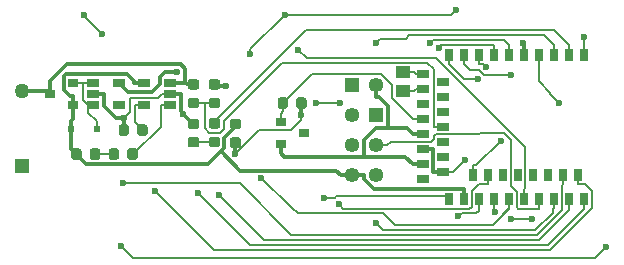
<source format=gtl>
G04 #@! TF.GenerationSoftware,KiCad,Pcbnew,(5.1.5-0-10_14)*
G04 #@! TF.CreationDate,2020-11-04T07:04:41-07:00*
G04 #@! TF.ProjectId,NumDisciplineBLE,4e756d44-6973-4636-9970-6c696e65424c,rev?*
G04 #@! TF.SameCoordinates,Original*
G04 #@! TF.FileFunction,Copper,L1,Top*
G04 #@! TF.FilePolarity,Positive*
%FSLAX46Y46*%
G04 Gerber Fmt 4.6, Leading zero omitted, Abs format (unit mm)*
G04 Created by KiCad (PCBNEW (5.1.5-0-10_14)) date 2020-11-04 07:04:41*
%MOMM*%
%LPD*%
G04 APERTURE LIST*
%ADD10C,1.270000*%
%ADD11R,1.270000X1.270000*%
%ADD12R,0.600000X0.600000*%
%ADD13C,0.100000*%
%ADD14R,1.060000X0.650000*%
%ADD15R,1.200000X1.000000*%
%ADD16O,1.270000X1.270000*%
%ADD17R,1.000000X0.650000*%
%ADD18R,0.650000X1.000000*%
%ADD19R,0.900000X0.800000*%
%ADD20C,0.600000*%
%ADD21C,0.300000*%
%ADD22C,0.200000*%
G04 APERTURE END LIST*
D10*
X94488000Y-35560000D03*
D11*
X94488000Y-41910000D03*
D12*
X98595000Y-38735000D03*
X100795000Y-38735000D03*
G04 #@! TA.AperFunction,SMDPad,CuDef*
D13*
G36*
X109243691Y-37892053D02*
G01*
X109264926Y-37895203D01*
X109285750Y-37900419D01*
X109305962Y-37907651D01*
X109325368Y-37916830D01*
X109343781Y-37927866D01*
X109361024Y-37940654D01*
X109376930Y-37955070D01*
X109391346Y-37970976D01*
X109404134Y-37988219D01*
X109415170Y-38006632D01*
X109424349Y-38026038D01*
X109431581Y-38046250D01*
X109436797Y-38067074D01*
X109439947Y-38088309D01*
X109441000Y-38109750D01*
X109441000Y-38547250D01*
X109439947Y-38568691D01*
X109436797Y-38589926D01*
X109431581Y-38610750D01*
X109424349Y-38630962D01*
X109415170Y-38650368D01*
X109404134Y-38668781D01*
X109391346Y-38686024D01*
X109376930Y-38701930D01*
X109361024Y-38716346D01*
X109343781Y-38729134D01*
X109325368Y-38740170D01*
X109305962Y-38749349D01*
X109285750Y-38756581D01*
X109264926Y-38761797D01*
X109243691Y-38764947D01*
X109222250Y-38766000D01*
X108709750Y-38766000D01*
X108688309Y-38764947D01*
X108667074Y-38761797D01*
X108646250Y-38756581D01*
X108626038Y-38749349D01*
X108606632Y-38740170D01*
X108588219Y-38729134D01*
X108570976Y-38716346D01*
X108555070Y-38701930D01*
X108540654Y-38686024D01*
X108527866Y-38668781D01*
X108516830Y-38650368D01*
X108507651Y-38630962D01*
X108500419Y-38610750D01*
X108495203Y-38589926D01*
X108492053Y-38568691D01*
X108491000Y-38547250D01*
X108491000Y-38109750D01*
X108492053Y-38088309D01*
X108495203Y-38067074D01*
X108500419Y-38046250D01*
X108507651Y-38026038D01*
X108516830Y-38006632D01*
X108527866Y-37988219D01*
X108540654Y-37970976D01*
X108555070Y-37955070D01*
X108570976Y-37940654D01*
X108588219Y-37927866D01*
X108606632Y-37916830D01*
X108626038Y-37907651D01*
X108646250Y-37900419D01*
X108667074Y-37895203D01*
X108688309Y-37892053D01*
X108709750Y-37891000D01*
X109222250Y-37891000D01*
X109243691Y-37892053D01*
G37*
G04 #@! TD.AperFunction*
G04 #@! TA.AperFunction,SMDPad,CuDef*
G36*
X109243691Y-39467053D02*
G01*
X109264926Y-39470203D01*
X109285750Y-39475419D01*
X109305962Y-39482651D01*
X109325368Y-39491830D01*
X109343781Y-39502866D01*
X109361024Y-39515654D01*
X109376930Y-39530070D01*
X109391346Y-39545976D01*
X109404134Y-39563219D01*
X109415170Y-39581632D01*
X109424349Y-39601038D01*
X109431581Y-39621250D01*
X109436797Y-39642074D01*
X109439947Y-39663309D01*
X109441000Y-39684750D01*
X109441000Y-40122250D01*
X109439947Y-40143691D01*
X109436797Y-40164926D01*
X109431581Y-40185750D01*
X109424349Y-40205962D01*
X109415170Y-40225368D01*
X109404134Y-40243781D01*
X109391346Y-40261024D01*
X109376930Y-40276930D01*
X109361024Y-40291346D01*
X109343781Y-40304134D01*
X109325368Y-40315170D01*
X109305962Y-40324349D01*
X109285750Y-40331581D01*
X109264926Y-40336797D01*
X109243691Y-40339947D01*
X109222250Y-40341000D01*
X108709750Y-40341000D01*
X108688309Y-40339947D01*
X108667074Y-40336797D01*
X108646250Y-40331581D01*
X108626038Y-40324349D01*
X108606632Y-40315170D01*
X108588219Y-40304134D01*
X108570976Y-40291346D01*
X108555070Y-40276930D01*
X108540654Y-40261024D01*
X108527866Y-40243781D01*
X108516830Y-40225368D01*
X108507651Y-40205962D01*
X108500419Y-40185750D01*
X108495203Y-40164926D01*
X108492053Y-40143691D01*
X108491000Y-40122250D01*
X108491000Y-39684750D01*
X108492053Y-39663309D01*
X108495203Y-39642074D01*
X108500419Y-39621250D01*
X108507651Y-39601038D01*
X108516830Y-39581632D01*
X108527866Y-39563219D01*
X108540654Y-39545976D01*
X108555070Y-39530070D01*
X108570976Y-39515654D01*
X108588219Y-39502866D01*
X108606632Y-39491830D01*
X108626038Y-39482651D01*
X108646250Y-39475419D01*
X108667074Y-39470203D01*
X108688309Y-39467053D01*
X108709750Y-39466000D01*
X109222250Y-39466000D01*
X109243691Y-39467053D01*
G37*
G04 #@! TD.AperFunction*
D14*
X107018000Y-36764000D03*
X107018000Y-35814000D03*
X107018000Y-34864000D03*
X104818000Y-34864000D03*
X104818000Y-36764000D03*
D15*
X126746000Y-35560000D03*
X126746000Y-33960000D03*
G04 #@! TA.AperFunction,SMDPad,CuDef*
D13*
G36*
X111021691Y-37866553D02*
G01*
X111042926Y-37869703D01*
X111063750Y-37874919D01*
X111083962Y-37882151D01*
X111103368Y-37891330D01*
X111121781Y-37902366D01*
X111139024Y-37915154D01*
X111154930Y-37929570D01*
X111169346Y-37945476D01*
X111182134Y-37962719D01*
X111193170Y-37981132D01*
X111202349Y-38000538D01*
X111209581Y-38020750D01*
X111214797Y-38041574D01*
X111217947Y-38062809D01*
X111219000Y-38084250D01*
X111219000Y-38521750D01*
X111217947Y-38543191D01*
X111214797Y-38564426D01*
X111209581Y-38585250D01*
X111202349Y-38605462D01*
X111193170Y-38624868D01*
X111182134Y-38643281D01*
X111169346Y-38660524D01*
X111154930Y-38676430D01*
X111139024Y-38690846D01*
X111121781Y-38703634D01*
X111103368Y-38714670D01*
X111083962Y-38723849D01*
X111063750Y-38731081D01*
X111042926Y-38736297D01*
X111021691Y-38739447D01*
X111000250Y-38740500D01*
X110487750Y-38740500D01*
X110466309Y-38739447D01*
X110445074Y-38736297D01*
X110424250Y-38731081D01*
X110404038Y-38723849D01*
X110384632Y-38714670D01*
X110366219Y-38703634D01*
X110348976Y-38690846D01*
X110333070Y-38676430D01*
X110318654Y-38660524D01*
X110305866Y-38643281D01*
X110294830Y-38624868D01*
X110285651Y-38605462D01*
X110278419Y-38585250D01*
X110273203Y-38564426D01*
X110270053Y-38543191D01*
X110269000Y-38521750D01*
X110269000Y-38084250D01*
X110270053Y-38062809D01*
X110273203Y-38041574D01*
X110278419Y-38020750D01*
X110285651Y-38000538D01*
X110294830Y-37981132D01*
X110305866Y-37962719D01*
X110318654Y-37945476D01*
X110333070Y-37929570D01*
X110348976Y-37915154D01*
X110366219Y-37902366D01*
X110384632Y-37891330D01*
X110404038Y-37882151D01*
X110424250Y-37874919D01*
X110445074Y-37869703D01*
X110466309Y-37866553D01*
X110487750Y-37865500D01*
X111000250Y-37865500D01*
X111021691Y-37866553D01*
G37*
G04 #@! TD.AperFunction*
G04 #@! TA.AperFunction,SMDPad,CuDef*
G36*
X111021691Y-39441553D02*
G01*
X111042926Y-39444703D01*
X111063750Y-39449919D01*
X111083962Y-39457151D01*
X111103368Y-39466330D01*
X111121781Y-39477366D01*
X111139024Y-39490154D01*
X111154930Y-39504570D01*
X111169346Y-39520476D01*
X111182134Y-39537719D01*
X111193170Y-39556132D01*
X111202349Y-39575538D01*
X111209581Y-39595750D01*
X111214797Y-39616574D01*
X111217947Y-39637809D01*
X111219000Y-39659250D01*
X111219000Y-40096750D01*
X111217947Y-40118191D01*
X111214797Y-40139426D01*
X111209581Y-40160250D01*
X111202349Y-40180462D01*
X111193170Y-40199868D01*
X111182134Y-40218281D01*
X111169346Y-40235524D01*
X111154930Y-40251430D01*
X111139024Y-40265846D01*
X111121781Y-40278634D01*
X111103368Y-40289670D01*
X111083962Y-40298849D01*
X111063750Y-40306081D01*
X111042926Y-40311297D01*
X111021691Y-40314447D01*
X111000250Y-40315500D01*
X110487750Y-40315500D01*
X110466309Y-40314447D01*
X110445074Y-40311297D01*
X110424250Y-40306081D01*
X110404038Y-40298849D01*
X110384632Y-40289670D01*
X110366219Y-40278634D01*
X110348976Y-40265846D01*
X110333070Y-40251430D01*
X110318654Y-40235524D01*
X110305866Y-40218281D01*
X110294830Y-40199868D01*
X110285651Y-40180462D01*
X110278419Y-40160250D01*
X110273203Y-40139426D01*
X110270053Y-40118191D01*
X110269000Y-40096750D01*
X110269000Y-39659250D01*
X110270053Y-39637809D01*
X110273203Y-39616574D01*
X110278419Y-39595750D01*
X110285651Y-39575538D01*
X110294830Y-39556132D01*
X110305866Y-39537719D01*
X110318654Y-39520476D01*
X110333070Y-39504570D01*
X110348976Y-39490154D01*
X110366219Y-39477366D01*
X110384632Y-39466330D01*
X110404038Y-39457151D01*
X110424250Y-39449919D01*
X110445074Y-39444703D01*
X110466309Y-39441553D01*
X110487750Y-39440500D01*
X111000250Y-39440500D01*
X111021691Y-39441553D01*
G37*
G04 #@! TD.AperFunction*
G04 #@! TA.AperFunction,SMDPad,CuDef*
G36*
X100875191Y-40420053D02*
G01*
X100896426Y-40423203D01*
X100917250Y-40428419D01*
X100937462Y-40435651D01*
X100956868Y-40444830D01*
X100975281Y-40455866D01*
X100992524Y-40468654D01*
X101008430Y-40483070D01*
X101022846Y-40498976D01*
X101035634Y-40516219D01*
X101046670Y-40534632D01*
X101055849Y-40554038D01*
X101063081Y-40574250D01*
X101068297Y-40595074D01*
X101071447Y-40616309D01*
X101072500Y-40637750D01*
X101072500Y-41150250D01*
X101071447Y-41171691D01*
X101068297Y-41192926D01*
X101063081Y-41213750D01*
X101055849Y-41233962D01*
X101046670Y-41253368D01*
X101035634Y-41271781D01*
X101022846Y-41289024D01*
X101008430Y-41304930D01*
X100992524Y-41319346D01*
X100975281Y-41332134D01*
X100956868Y-41343170D01*
X100937462Y-41352349D01*
X100917250Y-41359581D01*
X100896426Y-41364797D01*
X100875191Y-41367947D01*
X100853750Y-41369000D01*
X100416250Y-41369000D01*
X100394809Y-41367947D01*
X100373574Y-41364797D01*
X100352750Y-41359581D01*
X100332538Y-41352349D01*
X100313132Y-41343170D01*
X100294719Y-41332134D01*
X100277476Y-41319346D01*
X100261570Y-41304930D01*
X100247154Y-41289024D01*
X100234366Y-41271781D01*
X100223330Y-41253368D01*
X100214151Y-41233962D01*
X100206919Y-41213750D01*
X100201703Y-41192926D01*
X100198553Y-41171691D01*
X100197500Y-41150250D01*
X100197500Y-40637750D01*
X100198553Y-40616309D01*
X100201703Y-40595074D01*
X100206919Y-40574250D01*
X100214151Y-40554038D01*
X100223330Y-40534632D01*
X100234366Y-40516219D01*
X100247154Y-40498976D01*
X100261570Y-40483070D01*
X100277476Y-40468654D01*
X100294719Y-40455866D01*
X100313132Y-40444830D01*
X100332538Y-40435651D01*
X100352750Y-40428419D01*
X100373574Y-40423203D01*
X100394809Y-40420053D01*
X100416250Y-40419000D01*
X100853750Y-40419000D01*
X100875191Y-40420053D01*
G37*
G04 #@! TD.AperFunction*
G04 #@! TA.AperFunction,SMDPad,CuDef*
G36*
X99300191Y-40420053D02*
G01*
X99321426Y-40423203D01*
X99342250Y-40428419D01*
X99362462Y-40435651D01*
X99381868Y-40444830D01*
X99400281Y-40455866D01*
X99417524Y-40468654D01*
X99433430Y-40483070D01*
X99447846Y-40498976D01*
X99460634Y-40516219D01*
X99471670Y-40534632D01*
X99480849Y-40554038D01*
X99488081Y-40574250D01*
X99493297Y-40595074D01*
X99496447Y-40616309D01*
X99497500Y-40637750D01*
X99497500Y-41150250D01*
X99496447Y-41171691D01*
X99493297Y-41192926D01*
X99488081Y-41213750D01*
X99480849Y-41233962D01*
X99471670Y-41253368D01*
X99460634Y-41271781D01*
X99447846Y-41289024D01*
X99433430Y-41304930D01*
X99417524Y-41319346D01*
X99400281Y-41332134D01*
X99381868Y-41343170D01*
X99362462Y-41352349D01*
X99342250Y-41359581D01*
X99321426Y-41364797D01*
X99300191Y-41367947D01*
X99278750Y-41369000D01*
X98841250Y-41369000D01*
X98819809Y-41367947D01*
X98798574Y-41364797D01*
X98777750Y-41359581D01*
X98757538Y-41352349D01*
X98738132Y-41343170D01*
X98719719Y-41332134D01*
X98702476Y-41319346D01*
X98686570Y-41304930D01*
X98672154Y-41289024D01*
X98659366Y-41271781D01*
X98648330Y-41253368D01*
X98639151Y-41233962D01*
X98631919Y-41213750D01*
X98626703Y-41192926D01*
X98623553Y-41171691D01*
X98622500Y-41150250D01*
X98622500Y-40637750D01*
X98623553Y-40616309D01*
X98626703Y-40595074D01*
X98631919Y-40574250D01*
X98639151Y-40554038D01*
X98648330Y-40534632D01*
X98659366Y-40516219D01*
X98672154Y-40498976D01*
X98686570Y-40483070D01*
X98702476Y-40468654D01*
X98719719Y-40455866D01*
X98738132Y-40444830D01*
X98757538Y-40435651D01*
X98777750Y-40428419D01*
X98798574Y-40423203D01*
X98819809Y-40420053D01*
X98841250Y-40419000D01*
X99278750Y-40419000D01*
X99300191Y-40420053D01*
G37*
G04 #@! TD.AperFunction*
D14*
X102700000Y-34864000D03*
X102700000Y-36764000D03*
X100500000Y-36764000D03*
X100500000Y-35814000D03*
X100500000Y-34864000D03*
D16*
X124460000Y-42672000D03*
X124460000Y-40132000D03*
D11*
X124460000Y-37592000D03*
D16*
X124460000Y-35052000D03*
D11*
X122428000Y-35052000D03*
D16*
X122428000Y-37592000D03*
X122428000Y-40132000D03*
X122428000Y-42672000D03*
D17*
X130108000Y-38585000D03*
X130108000Y-42395000D03*
X130108000Y-41125000D03*
X130108000Y-37315000D03*
X130108000Y-39855000D03*
X130108000Y-34775000D03*
X130108000Y-36045000D03*
D18*
X141538000Y-42649000D03*
X140268000Y-42649000D03*
X138998000Y-42649000D03*
X137728000Y-42649000D03*
X136458000Y-42649000D03*
X135188000Y-42649000D03*
X133918000Y-42649000D03*
D17*
X128397000Y-39218000D03*
X128397000Y-43028000D03*
X128397000Y-37948000D03*
X128397000Y-36678000D03*
X128397000Y-35408000D03*
X128397000Y-40488000D03*
X128397000Y-34138000D03*
X128397000Y-41758000D03*
D18*
X130616000Y-44727000D03*
X131886000Y-44727000D03*
X136966000Y-44727000D03*
X133156000Y-44727000D03*
X138236000Y-44727000D03*
X139506000Y-44727000D03*
X140776000Y-44727000D03*
X135696000Y-44727000D03*
X142046000Y-44727000D03*
X134426000Y-44727000D03*
X142046000Y-32489000D03*
X140776000Y-32489000D03*
X139506000Y-32489000D03*
X138236000Y-32489000D03*
X136966000Y-32489000D03*
X135696000Y-32489000D03*
X134426000Y-32489000D03*
X133156000Y-32489000D03*
X131886000Y-32489000D03*
X130616000Y-32489000D03*
X132648000Y-42649000D03*
G04 #@! TA.AperFunction,SMDPad,CuDef*
D13*
G36*
X116774691Y-36102053D02*
G01*
X116795926Y-36105203D01*
X116816750Y-36110419D01*
X116836962Y-36117651D01*
X116856368Y-36126830D01*
X116874781Y-36137866D01*
X116892024Y-36150654D01*
X116907930Y-36165070D01*
X116922346Y-36180976D01*
X116935134Y-36198219D01*
X116946170Y-36216632D01*
X116955349Y-36236038D01*
X116962581Y-36256250D01*
X116967797Y-36277074D01*
X116970947Y-36298309D01*
X116972000Y-36319750D01*
X116972000Y-36832250D01*
X116970947Y-36853691D01*
X116967797Y-36874926D01*
X116962581Y-36895750D01*
X116955349Y-36915962D01*
X116946170Y-36935368D01*
X116935134Y-36953781D01*
X116922346Y-36971024D01*
X116907930Y-36986930D01*
X116892024Y-37001346D01*
X116874781Y-37014134D01*
X116856368Y-37025170D01*
X116836962Y-37034349D01*
X116816750Y-37041581D01*
X116795926Y-37046797D01*
X116774691Y-37049947D01*
X116753250Y-37051000D01*
X116315750Y-37051000D01*
X116294309Y-37049947D01*
X116273074Y-37046797D01*
X116252250Y-37041581D01*
X116232038Y-37034349D01*
X116212632Y-37025170D01*
X116194219Y-37014134D01*
X116176976Y-37001346D01*
X116161070Y-36986930D01*
X116146654Y-36971024D01*
X116133866Y-36953781D01*
X116122830Y-36935368D01*
X116113651Y-36915962D01*
X116106419Y-36895750D01*
X116101203Y-36874926D01*
X116098053Y-36853691D01*
X116097000Y-36832250D01*
X116097000Y-36319750D01*
X116098053Y-36298309D01*
X116101203Y-36277074D01*
X116106419Y-36256250D01*
X116113651Y-36236038D01*
X116122830Y-36216632D01*
X116133866Y-36198219D01*
X116146654Y-36180976D01*
X116161070Y-36165070D01*
X116176976Y-36150654D01*
X116194219Y-36137866D01*
X116212632Y-36126830D01*
X116232038Y-36117651D01*
X116252250Y-36110419D01*
X116273074Y-36105203D01*
X116294309Y-36102053D01*
X116315750Y-36101000D01*
X116753250Y-36101000D01*
X116774691Y-36102053D01*
G37*
G04 #@! TD.AperFunction*
G04 #@! TA.AperFunction,SMDPad,CuDef*
G36*
X118349691Y-36102053D02*
G01*
X118370926Y-36105203D01*
X118391750Y-36110419D01*
X118411962Y-36117651D01*
X118431368Y-36126830D01*
X118449781Y-36137866D01*
X118467024Y-36150654D01*
X118482930Y-36165070D01*
X118497346Y-36180976D01*
X118510134Y-36198219D01*
X118521170Y-36216632D01*
X118530349Y-36236038D01*
X118537581Y-36256250D01*
X118542797Y-36277074D01*
X118545947Y-36298309D01*
X118547000Y-36319750D01*
X118547000Y-36832250D01*
X118545947Y-36853691D01*
X118542797Y-36874926D01*
X118537581Y-36895750D01*
X118530349Y-36915962D01*
X118521170Y-36935368D01*
X118510134Y-36953781D01*
X118497346Y-36971024D01*
X118482930Y-36986930D01*
X118467024Y-37001346D01*
X118449781Y-37014134D01*
X118431368Y-37025170D01*
X118411962Y-37034349D01*
X118391750Y-37041581D01*
X118370926Y-37046797D01*
X118349691Y-37049947D01*
X118328250Y-37051000D01*
X117890750Y-37051000D01*
X117869309Y-37049947D01*
X117848074Y-37046797D01*
X117827250Y-37041581D01*
X117807038Y-37034349D01*
X117787632Y-37025170D01*
X117769219Y-37014134D01*
X117751976Y-37001346D01*
X117736070Y-36986930D01*
X117721654Y-36971024D01*
X117708866Y-36953781D01*
X117697830Y-36935368D01*
X117688651Y-36915962D01*
X117681419Y-36895750D01*
X117676203Y-36874926D01*
X117673053Y-36853691D01*
X117672000Y-36832250D01*
X117672000Y-36319750D01*
X117673053Y-36298309D01*
X117676203Y-36277074D01*
X117681419Y-36256250D01*
X117688651Y-36236038D01*
X117697830Y-36216632D01*
X117708866Y-36198219D01*
X117721654Y-36180976D01*
X117736070Y-36165070D01*
X117751976Y-36150654D01*
X117769219Y-36137866D01*
X117787632Y-36126830D01*
X117807038Y-36117651D01*
X117827250Y-36110419D01*
X117848074Y-36105203D01*
X117869309Y-36102053D01*
X117890750Y-36101000D01*
X118328250Y-36101000D01*
X118349691Y-36102053D01*
G37*
G04 #@! TD.AperFunction*
G04 #@! TA.AperFunction,SMDPad,CuDef*
G36*
X104049691Y-40420053D02*
G01*
X104070926Y-40423203D01*
X104091750Y-40428419D01*
X104111962Y-40435651D01*
X104131368Y-40444830D01*
X104149781Y-40455866D01*
X104167024Y-40468654D01*
X104182930Y-40483070D01*
X104197346Y-40498976D01*
X104210134Y-40516219D01*
X104221170Y-40534632D01*
X104230349Y-40554038D01*
X104237581Y-40574250D01*
X104242797Y-40595074D01*
X104245947Y-40616309D01*
X104247000Y-40637750D01*
X104247000Y-41150250D01*
X104245947Y-41171691D01*
X104242797Y-41192926D01*
X104237581Y-41213750D01*
X104230349Y-41233962D01*
X104221170Y-41253368D01*
X104210134Y-41271781D01*
X104197346Y-41289024D01*
X104182930Y-41304930D01*
X104167024Y-41319346D01*
X104149781Y-41332134D01*
X104131368Y-41343170D01*
X104111962Y-41352349D01*
X104091750Y-41359581D01*
X104070926Y-41364797D01*
X104049691Y-41367947D01*
X104028250Y-41369000D01*
X103590750Y-41369000D01*
X103569309Y-41367947D01*
X103548074Y-41364797D01*
X103527250Y-41359581D01*
X103507038Y-41352349D01*
X103487632Y-41343170D01*
X103469219Y-41332134D01*
X103451976Y-41319346D01*
X103436070Y-41304930D01*
X103421654Y-41289024D01*
X103408866Y-41271781D01*
X103397830Y-41253368D01*
X103388651Y-41233962D01*
X103381419Y-41213750D01*
X103376203Y-41192926D01*
X103373053Y-41171691D01*
X103372000Y-41150250D01*
X103372000Y-40637750D01*
X103373053Y-40616309D01*
X103376203Y-40595074D01*
X103381419Y-40574250D01*
X103388651Y-40554038D01*
X103397830Y-40534632D01*
X103408866Y-40516219D01*
X103421654Y-40498976D01*
X103436070Y-40483070D01*
X103451976Y-40468654D01*
X103469219Y-40455866D01*
X103487632Y-40444830D01*
X103507038Y-40435651D01*
X103527250Y-40428419D01*
X103548074Y-40423203D01*
X103569309Y-40420053D01*
X103590750Y-40419000D01*
X104028250Y-40419000D01*
X104049691Y-40420053D01*
G37*
G04 #@! TD.AperFunction*
G04 #@! TA.AperFunction,SMDPad,CuDef*
G36*
X102474691Y-40420053D02*
G01*
X102495926Y-40423203D01*
X102516750Y-40428419D01*
X102536962Y-40435651D01*
X102556368Y-40444830D01*
X102574781Y-40455866D01*
X102592024Y-40468654D01*
X102607930Y-40483070D01*
X102622346Y-40498976D01*
X102635134Y-40516219D01*
X102646170Y-40534632D01*
X102655349Y-40554038D01*
X102662581Y-40574250D01*
X102667797Y-40595074D01*
X102670947Y-40616309D01*
X102672000Y-40637750D01*
X102672000Y-41150250D01*
X102670947Y-41171691D01*
X102667797Y-41192926D01*
X102662581Y-41213750D01*
X102655349Y-41233962D01*
X102646170Y-41253368D01*
X102635134Y-41271781D01*
X102622346Y-41289024D01*
X102607930Y-41304930D01*
X102592024Y-41319346D01*
X102574781Y-41332134D01*
X102556368Y-41343170D01*
X102536962Y-41352349D01*
X102516750Y-41359581D01*
X102495926Y-41364797D01*
X102474691Y-41367947D01*
X102453250Y-41369000D01*
X102015750Y-41369000D01*
X101994309Y-41367947D01*
X101973074Y-41364797D01*
X101952250Y-41359581D01*
X101932038Y-41352349D01*
X101912632Y-41343170D01*
X101894219Y-41332134D01*
X101876976Y-41319346D01*
X101861070Y-41304930D01*
X101846654Y-41289024D01*
X101833866Y-41271781D01*
X101822830Y-41253368D01*
X101813651Y-41233962D01*
X101806419Y-41213750D01*
X101801203Y-41192926D01*
X101798053Y-41171691D01*
X101797000Y-41150250D01*
X101797000Y-40637750D01*
X101798053Y-40616309D01*
X101801203Y-40595074D01*
X101806419Y-40574250D01*
X101813651Y-40554038D01*
X101822830Y-40534632D01*
X101833866Y-40516219D01*
X101846654Y-40498976D01*
X101861070Y-40483070D01*
X101876976Y-40468654D01*
X101894219Y-40455866D01*
X101912632Y-40444830D01*
X101932038Y-40435651D01*
X101952250Y-40428419D01*
X101973074Y-40423203D01*
X101994309Y-40420053D01*
X102015750Y-40419000D01*
X102453250Y-40419000D01*
X102474691Y-40420053D01*
G37*
G04 #@! TD.AperFunction*
D19*
X98790000Y-36764000D03*
X98790000Y-34864000D03*
X96790000Y-35814000D03*
G04 #@! TA.AperFunction,SMDPad,CuDef*
D13*
G36*
X112799691Y-39492553D02*
G01*
X112820926Y-39495703D01*
X112841750Y-39500919D01*
X112861962Y-39508151D01*
X112881368Y-39517330D01*
X112899781Y-39528366D01*
X112917024Y-39541154D01*
X112932930Y-39555570D01*
X112947346Y-39571476D01*
X112960134Y-39588719D01*
X112971170Y-39607132D01*
X112980349Y-39626538D01*
X112987581Y-39646750D01*
X112992797Y-39667574D01*
X112995947Y-39688809D01*
X112997000Y-39710250D01*
X112997000Y-40147750D01*
X112995947Y-40169191D01*
X112992797Y-40190426D01*
X112987581Y-40211250D01*
X112980349Y-40231462D01*
X112971170Y-40250868D01*
X112960134Y-40269281D01*
X112947346Y-40286524D01*
X112932930Y-40302430D01*
X112917024Y-40316846D01*
X112899781Y-40329634D01*
X112881368Y-40340670D01*
X112861962Y-40349849D01*
X112841750Y-40357081D01*
X112820926Y-40362297D01*
X112799691Y-40365447D01*
X112778250Y-40366500D01*
X112265750Y-40366500D01*
X112244309Y-40365447D01*
X112223074Y-40362297D01*
X112202250Y-40357081D01*
X112182038Y-40349849D01*
X112162632Y-40340670D01*
X112144219Y-40329634D01*
X112126976Y-40316846D01*
X112111070Y-40302430D01*
X112096654Y-40286524D01*
X112083866Y-40269281D01*
X112072830Y-40250868D01*
X112063651Y-40231462D01*
X112056419Y-40211250D01*
X112051203Y-40190426D01*
X112048053Y-40169191D01*
X112047000Y-40147750D01*
X112047000Y-39710250D01*
X112048053Y-39688809D01*
X112051203Y-39667574D01*
X112056419Y-39646750D01*
X112063651Y-39626538D01*
X112072830Y-39607132D01*
X112083866Y-39588719D01*
X112096654Y-39571476D01*
X112111070Y-39555570D01*
X112126976Y-39541154D01*
X112144219Y-39528366D01*
X112162632Y-39517330D01*
X112182038Y-39508151D01*
X112202250Y-39500919D01*
X112223074Y-39495703D01*
X112244309Y-39492553D01*
X112265750Y-39491500D01*
X112778250Y-39491500D01*
X112799691Y-39492553D01*
G37*
G04 #@! TD.AperFunction*
G04 #@! TA.AperFunction,SMDPad,CuDef*
G36*
X112799691Y-37917553D02*
G01*
X112820926Y-37920703D01*
X112841750Y-37925919D01*
X112861962Y-37933151D01*
X112881368Y-37942330D01*
X112899781Y-37953366D01*
X112917024Y-37966154D01*
X112932930Y-37980570D01*
X112947346Y-37996476D01*
X112960134Y-38013719D01*
X112971170Y-38032132D01*
X112980349Y-38051538D01*
X112987581Y-38071750D01*
X112992797Y-38092574D01*
X112995947Y-38113809D01*
X112997000Y-38135250D01*
X112997000Y-38572750D01*
X112995947Y-38594191D01*
X112992797Y-38615426D01*
X112987581Y-38636250D01*
X112980349Y-38656462D01*
X112971170Y-38675868D01*
X112960134Y-38694281D01*
X112947346Y-38711524D01*
X112932930Y-38727430D01*
X112917024Y-38741846D01*
X112899781Y-38754634D01*
X112881368Y-38765670D01*
X112861962Y-38774849D01*
X112841750Y-38782081D01*
X112820926Y-38787297D01*
X112799691Y-38790447D01*
X112778250Y-38791500D01*
X112265750Y-38791500D01*
X112244309Y-38790447D01*
X112223074Y-38787297D01*
X112202250Y-38782081D01*
X112182038Y-38774849D01*
X112162632Y-38765670D01*
X112144219Y-38754634D01*
X112126976Y-38741846D01*
X112111070Y-38727430D01*
X112096654Y-38711524D01*
X112083866Y-38694281D01*
X112072830Y-38675868D01*
X112063651Y-38656462D01*
X112056419Y-38636250D01*
X112051203Y-38615426D01*
X112048053Y-38594191D01*
X112047000Y-38572750D01*
X112047000Y-38135250D01*
X112048053Y-38113809D01*
X112051203Y-38092574D01*
X112056419Y-38071750D01*
X112063651Y-38051538D01*
X112072830Y-38032132D01*
X112083866Y-38013719D01*
X112096654Y-37996476D01*
X112111070Y-37980570D01*
X112126976Y-37966154D01*
X112144219Y-37953366D01*
X112162632Y-37942330D01*
X112182038Y-37933151D01*
X112202250Y-37925919D01*
X112223074Y-37920703D01*
X112244309Y-37917553D01*
X112265750Y-37916500D01*
X112778250Y-37916500D01*
X112799691Y-37917553D01*
G37*
G04 #@! TD.AperFunction*
D19*
X118348000Y-39116000D03*
X116348000Y-40066000D03*
X116348000Y-38166000D03*
G04 #@! TA.AperFunction,SMDPad,CuDef*
D13*
G36*
X104887691Y-38388053D02*
G01*
X104908926Y-38391203D01*
X104929750Y-38396419D01*
X104949962Y-38403651D01*
X104969368Y-38412830D01*
X104987781Y-38423866D01*
X105005024Y-38436654D01*
X105020930Y-38451070D01*
X105035346Y-38466976D01*
X105048134Y-38484219D01*
X105059170Y-38502632D01*
X105068349Y-38522038D01*
X105075581Y-38542250D01*
X105080797Y-38563074D01*
X105083947Y-38584309D01*
X105085000Y-38605750D01*
X105085000Y-39118250D01*
X105083947Y-39139691D01*
X105080797Y-39160926D01*
X105075581Y-39181750D01*
X105068349Y-39201962D01*
X105059170Y-39221368D01*
X105048134Y-39239781D01*
X105035346Y-39257024D01*
X105020930Y-39272930D01*
X105005024Y-39287346D01*
X104987781Y-39300134D01*
X104969368Y-39311170D01*
X104949962Y-39320349D01*
X104929750Y-39327581D01*
X104908926Y-39332797D01*
X104887691Y-39335947D01*
X104866250Y-39337000D01*
X104428750Y-39337000D01*
X104407309Y-39335947D01*
X104386074Y-39332797D01*
X104365250Y-39327581D01*
X104345038Y-39320349D01*
X104325632Y-39311170D01*
X104307219Y-39300134D01*
X104289976Y-39287346D01*
X104274070Y-39272930D01*
X104259654Y-39257024D01*
X104246866Y-39239781D01*
X104235830Y-39221368D01*
X104226651Y-39201962D01*
X104219419Y-39181750D01*
X104214203Y-39160926D01*
X104211053Y-39139691D01*
X104210000Y-39118250D01*
X104210000Y-38605750D01*
X104211053Y-38584309D01*
X104214203Y-38563074D01*
X104219419Y-38542250D01*
X104226651Y-38522038D01*
X104235830Y-38502632D01*
X104246866Y-38484219D01*
X104259654Y-38466976D01*
X104274070Y-38451070D01*
X104289976Y-38436654D01*
X104307219Y-38423866D01*
X104325632Y-38412830D01*
X104345038Y-38403651D01*
X104365250Y-38396419D01*
X104386074Y-38391203D01*
X104407309Y-38388053D01*
X104428750Y-38387000D01*
X104866250Y-38387000D01*
X104887691Y-38388053D01*
G37*
G04 #@! TD.AperFunction*
G04 #@! TA.AperFunction,SMDPad,CuDef*
G36*
X103312691Y-38388053D02*
G01*
X103333926Y-38391203D01*
X103354750Y-38396419D01*
X103374962Y-38403651D01*
X103394368Y-38412830D01*
X103412781Y-38423866D01*
X103430024Y-38436654D01*
X103445930Y-38451070D01*
X103460346Y-38466976D01*
X103473134Y-38484219D01*
X103484170Y-38502632D01*
X103493349Y-38522038D01*
X103500581Y-38542250D01*
X103505797Y-38563074D01*
X103508947Y-38584309D01*
X103510000Y-38605750D01*
X103510000Y-39118250D01*
X103508947Y-39139691D01*
X103505797Y-39160926D01*
X103500581Y-39181750D01*
X103493349Y-39201962D01*
X103484170Y-39221368D01*
X103473134Y-39239781D01*
X103460346Y-39257024D01*
X103445930Y-39272930D01*
X103430024Y-39287346D01*
X103412781Y-39300134D01*
X103394368Y-39311170D01*
X103374962Y-39320349D01*
X103354750Y-39327581D01*
X103333926Y-39332797D01*
X103312691Y-39335947D01*
X103291250Y-39337000D01*
X102853750Y-39337000D01*
X102832309Y-39335947D01*
X102811074Y-39332797D01*
X102790250Y-39327581D01*
X102770038Y-39320349D01*
X102750632Y-39311170D01*
X102732219Y-39300134D01*
X102714976Y-39287346D01*
X102699070Y-39272930D01*
X102684654Y-39257024D01*
X102671866Y-39239781D01*
X102660830Y-39221368D01*
X102651651Y-39201962D01*
X102644419Y-39181750D01*
X102639203Y-39160926D01*
X102636053Y-39139691D01*
X102635000Y-39118250D01*
X102635000Y-38605750D01*
X102636053Y-38584309D01*
X102639203Y-38563074D01*
X102644419Y-38542250D01*
X102651651Y-38522038D01*
X102660830Y-38502632D01*
X102671866Y-38484219D01*
X102684654Y-38466976D01*
X102699070Y-38451070D01*
X102714976Y-38436654D01*
X102732219Y-38423866D01*
X102750632Y-38412830D01*
X102770038Y-38403651D01*
X102790250Y-38396419D01*
X102811074Y-38391203D01*
X102832309Y-38388053D01*
X102853750Y-38387000D01*
X103291250Y-38387000D01*
X103312691Y-38388053D01*
G37*
G04 #@! TD.AperFunction*
G04 #@! TA.AperFunction,SMDPad,CuDef*
G36*
X109243691Y-34564553D02*
G01*
X109264926Y-34567703D01*
X109285750Y-34572919D01*
X109305962Y-34580151D01*
X109325368Y-34589330D01*
X109343781Y-34600366D01*
X109361024Y-34613154D01*
X109376930Y-34627570D01*
X109391346Y-34643476D01*
X109404134Y-34660719D01*
X109415170Y-34679132D01*
X109424349Y-34698538D01*
X109431581Y-34718750D01*
X109436797Y-34739574D01*
X109439947Y-34760809D01*
X109441000Y-34782250D01*
X109441000Y-35219750D01*
X109439947Y-35241191D01*
X109436797Y-35262426D01*
X109431581Y-35283250D01*
X109424349Y-35303462D01*
X109415170Y-35322868D01*
X109404134Y-35341281D01*
X109391346Y-35358524D01*
X109376930Y-35374430D01*
X109361024Y-35388846D01*
X109343781Y-35401634D01*
X109325368Y-35412670D01*
X109305962Y-35421849D01*
X109285750Y-35429081D01*
X109264926Y-35434297D01*
X109243691Y-35437447D01*
X109222250Y-35438500D01*
X108709750Y-35438500D01*
X108688309Y-35437447D01*
X108667074Y-35434297D01*
X108646250Y-35429081D01*
X108626038Y-35421849D01*
X108606632Y-35412670D01*
X108588219Y-35401634D01*
X108570976Y-35388846D01*
X108555070Y-35374430D01*
X108540654Y-35358524D01*
X108527866Y-35341281D01*
X108516830Y-35322868D01*
X108507651Y-35303462D01*
X108500419Y-35283250D01*
X108495203Y-35262426D01*
X108492053Y-35241191D01*
X108491000Y-35219750D01*
X108491000Y-34782250D01*
X108492053Y-34760809D01*
X108495203Y-34739574D01*
X108500419Y-34718750D01*
X108507651Y-34698538D01*
X108516830Y-34679132D01*
X108527866Y-34660719D01*
X108540654Y-34643476D01*
X108555070Y-34627570D01*
X108570976Y-34613154D01*
X108588219Y-34600366D01*
X108606632Y-34589330D01*
X108626038Y-34580151D01*
X108646250Y-34572919D01*
X108667074Y-34567703D01*
X108688309Y-34564553D01*
X108709750Y-34563500D01*
X109222250Y-34563500D01*
X109243691Y-34564553D01*
G37*
G04 #@! TD.AperFunction*
G04 #@! TA.AperFunction,SMDPad,CuDef*
G36*
X109243691Y-36139553D02*
G01*
X109264926Y-36142703D01*
X109285750Y-36147919D01*
X109305962Y-36155151D01*
X109325368Y-36164330D01*
X109343781Y-36175366D01*
X109361024Y-36188154D01*
X109376930Y-36202570D01*
X109391346Y-36218476D01*
X109404134Y-36235719D01*
X109415170Y-36254132D01*
X109424349Y-36273538D01*
X109431581Y-36293750D01*
X109436797Y-36314574D01*
X109439947Y-36335809D01*
X109441000Y-36357250D01*
X109441000Y-36794750D01*
X109439947Y-36816191D01*
X109436797Y-36837426D01*
X109431581Y-36858250D01*
X109424349Y-36878462D01*
X109415170Y-36897868D01*
X109404134Y-36916281D01*
X109391346Y-36933524D01*
X109376930Y-36949430D01*
X109361024Y-36963846D01*
X109343781Y-36976634D01*
X109325368Y-36987670D01*
X109305962Y-36996849D01*
X109285750Y-37004081D01*
X109264926Y-37009297D01*
X109243691Y-37012447D01*
X109222250Y-37013500D01*
X108709750Y-37013500D01*
X108688309Y-37012447D01*
X108667074Y-37009297D01*
X108646250Y-37004081D01*
X108626038Y-36996849D01*
X108606632Y-36987670D01*
X108588219Y-36976634D01*
X108570976Y-36963846D01*
X108555070Y-36949430D01*
X108540654Y-36933524D01*
X108527866Y-36916281D01*
X108516830Y-36897868D01*
X108507651Y-36878462D01*
X108500419Y-36858250D01*
X108495203Y-36837426D01*
X108492053Y-36816191D01*
X108491000Y-36794750D01*
X108491000Y-36357250D01*
X108492053Y-36335809D01*
X108495203Y-36314574D01*
X108500419Y-36293750D01*
X108507651Y-36273538D01*
X108516830Y-36254132D01*
X108527866Y-36235719D01*
X108540654Y-36218476D01*
X108555070Y-36202570D01*
X108570976Y-36188154D01*
X108588219Y-36175366D01*
X108606632Y-36164330D01*
X108626038Y-36155151D01*
X108646250Y-36147919D01*
X108667074Y-36142703D01*
X108688309Y-36139553D01*
X108709750Y-36138500D01*
X109222250Y-36138500D01*
X109243691Y-36139553D01*
G37*
G04 #@! TD.AperFunction*
G04 #@! TA.AperFunction,SMDPad,CuDef*
G36*
X111021691Y-34564553D02*
G01*
X111042926Y-34567703D01*
X111063750Y-34572919D01*
X111083962Y-34580151D01*
X111103368Y-34589330D01*
X111121781Y-34600366D01*
X111139024Y-34613154D01*
X111154930Y-34627570D01*
X111169346Y-34643476D01*
X111182134Y-34660719D01*
X111193170Y-34679132D01*
X111202349Y-34698538D01*
X111209581Y-34718750D01*
X111214797Y-34739574D01*
X111217947Y-34760809D01*
X111219000Y-34782250D01*
X111219000Y-35219750D01*
X111217947Y-35241191D01*
X111214797Y-35262426D01*
X111209581Y-35283250D01*
X111202349Y-35303462D01*
X111193170Y-35322868D01*
X111182134Y-35341281D01*
X111169346Y-35358524D01*
X111154930Y-35374430D01*
X111139024Y-35388846D01*
X111121781Y-35401634D01*
X111103368Y-35412670D01*
X111083962Y-35421849D01*
X111063750Y-35429081D01*
X111042926Y-35434297D01*
X111021691Y-35437447D01*
X111000250Y-35438500D01*
X110487750Y-35438500D01*
X110466309Y-35437447D01*
X110445074Y-35434297D01*
X110424250Y-35429081D01*
X110404038Y-35421849D01*
X110384632Y-35412670D01*
X110366219Y-35401634D01*
X110348976Y-35388846D01*
X110333070Y-35374430D01*
X110318654Y-35358524D01*
X110305866Y-35341281D01*
X110294830Y-35322868D01*
X110285651Y-35303462D01*
X110278419Y-35283250D01*
X110273203Y-35262426D01*
X110270053Y-35241191D01*
X110269000Y-35219750D01*
X110269000Y-34782250D01*
X110270053Y-34760809D01*
X110273203Y-34739574D01*
X110278419Y-34718750D01*
X110285651Y-34698538D01*
X110294830Y-34679132D01*
X110305866Y-34660719D01*
X110318654Y-34643476D01*
X110333070Y-34627570D01*
X110348976Y-34613154D01*
X110366219Y-34600366D01*
X110384632Y-34589330D01*
X110404038Y-34580151D01*
X110424250Y-34572919D01*
X110445074Y-34567703D01*
X110466309Y-34564553D01*
X110487750Y-34563500D01*
X111000250Y-34563500D01*
X111021691Y-34564553D01*
G37*
G04 #@! TD.AperFunction*
G04 #@! TA.AperFunction,SMDPad,CuDef*
G36*
X111021691Y-36139553D02*
G01*
X111042926Y-36142703D01*
X111063750Y-36147919D01*
X111083962Y-36155151D01*
X111103368Y-36164330D01*
X111121781Y-36175366D01*
X111139024Y-36188154D01*
X111154930Y-36202570D01*
X111169346Y-36218476D01*
X111182134Y-36235719D01*
X111193170Y-36254132D01*
X111202349Y-36273538D01*
X111209581Y-36293750D01*
X111214797Y-36314574D01*
X111217947Y-36335809D01*
X111219000Y-36357250D01*
X111219000Y-36794750D01*
X111217947Y-36816191D01*
X111214797Y-36837426D01*
X111209581Y-36858250D01*
X111202349Y-36878462D01*
X111193170Y-36897868D01*
X111182134Y-36916281D01*
X111169346Y-36933524D01*
X111154930Y-36949430D01*
X111139024Y-36963846D01*
X111121781Y-36976634D01*
X111103368Y-36987670D01*
X111083962Y-36996849D01*
X111063750Y-37004081D01*
X111042926Y-37009297D01*
X111021691Y-37012447D01*
X111000250Y-37013500D01*
X110487750Y-37013500D01*
X110466309Y-37012447D01*
X110445074Y-37009297D01*
X110424250Y-37004081D01*
X110404038Y-36996849D01*
X110384632Y-36987670D01*
X110366219Y-36976634D01*
X110348976Y-36963846D01*
X110333070Y-36949430D01*
X110318654Y-36933524D01*
X110305866Y-36916281D01*
X110294830Y-36897868D01*
X110285651Y-36878462D01*
X110278419Y-36858250D01*
X110273203Y-36837426D01*
X110270053Y-36816191D01*
X110269000Y-36794750D01*
X110269000Y-36357250D01*
X110270053Y-36335809D01*
X110273203Y-36314574D01*
X110278419Y-36293750D01*
X110285651Y-36273538D01*
X110294830Y-36254132D01*
X110305866Y-36235719D01*
X110318654Y-36218476D01*
X110333070Y-36202570D01*
X110348976Y-36188154D01*
X110366219Y-36175366D01*
X110384632Y-36164330D01*
X110404038Y-36155151D01*
X110424250Y-36147919D01*
X110445074Y-36142703D01*
X110466309Y-36139553D01*
X110487750Y-36138500D01*
X111000250Y-36138500D01*
X111021691Y-36139553D01*
G37*
G04 #@! TD.AperFunction*
D20*
X99695000Y-29083000D03*
X137668000Y-46355000D03*
X143891000Y-48768000D03*
X131953000Y-41402000D03*
X111721800Y-35113600D03*
X108103100Y-37465500D03*
X112522000Y-40869700D03*
X118110000Y-37564800D03*
X136882400Y-31457100D03*
X103072500Y-37852000D03*
X121412000Y-36576000D03*
X119380000Y-36576000D03*
X102870000Y-48641000D03*
X135890000Y-46355000D03*
X101219000Y-30734000D03*
X116713000Y-29083000D03*
X131191000Y-28702000D03*
X113792000Y-32385000D03*
X120015000Y-44577000D03*
X129775700Y-31884700D03*
X133761000Y-33549100D03*
X133053600Y-34540800D03*
X135890000Y-34224800D03*
X109356300Y-44160500D03*
X111137100Y-44353800D03*
X134484700Y-45798700D03*
X131381500Y-46164500D03*
X129030700Y-31476000D03*
X142001300Y-30973700D03*
X114660500Y-42963600D03*
X135018500Y-39763500D03*
X121274500Y-45140900D03*
X117857300Y-32063600D03*
X124460000Y-31496000D03*
X139954000Y-36576000D03*
X105745700Y-44053600D03*
X102997000Y-43352900D03*
X124460000Y-46736000D03*
X107620500Y-33936000D03*
D21*
X111721800Y-35113600D02*
X110856600Y-35113600D01*
X110856600Y-35113600D02*
X110744000Y-35001000D01*
X108103100Y-37465500D02*
X107898300Y-37260700D01*
X107898300Y-37260700D02*
X107898300Y-35814000D01*
X108966000Y-38328500D02*
X108103100Y-37465600D01*
X108103100Y-37465600D02*
X108103100Y-37465500D01*
X107018000Y-35814000D02*
X107898300Y-35814000D01*
X112522000Y-39929000D02*
X112522000Y-40869700D01*
X118109500Y-37564800D02*
X118109500Y-36576000D01*
X136882400Y-31457100D02*
X136882400Y-31555100D01*
X136882400Y-31555100D02*
X136966000Y-31638700D01*
X136966000Y-32489000D02*
X136966000Y-31638700D01*
X103072500Y-37852000D02*
X102416100Y-37852000D01*
X102416100Y-37852000D02*
X101380300Y-36816200D01*
X101380300Y-36816200D02*
X101380300Y-35814000D01*
X100500000Y-35814000D02*
X101380300Y-35814000D01*
X103072500Y-38862000D02*
X103072500Y-37852000D01*
X128397000Y-40488000D02*
X129247300Y-40488000D01*
X130108000Y-42395000D02*
X129257700Y-42395000D01*
X129257700Y-42395000D02*
X129257700Y-40498400D01*
X129257700Y-40498400D02*
X129247300Y-40488000D01*
D22*
X121412000Y-36576000D02*
X119380000Y-36576000D01*
X106288000Y-35814000D02*
X107018000Y-35814000D01*
X105963001Y-36138999D02*
X106288000Y-35814000D01*
X103599381Y-36138999D02*
X105963001Y-36138999D01*
X103587690Y-36150690D02*
X103599381Y-36138999D01*
X103587690Y-37336810D02*
X103587690Y-36150690D01*
X103072500Y-37852000D02*
X103587690Y-37336810D01*
X131953000Y-41402000D02*
X130937000Y-42418000D01*
X130914000Y-42395000D02*
X130108000Y-42395000D01*
X130937000Y-42418000D02*
X130914000Y-42395000D01*
X117233063Y-38866001D02*
X118110000Y-37989064D01*
X114525699Y-38866001D02*
X117233063Y-38866001D01*
X118110000Y-37989064D02*
X118110000Y-37564800D01*
X112522000Y-40869700D02*
X114525699Y-38866001D01*
X102870000Y-48641000D02*
X103886000Y-49657000D01*
X143002000Y-49657000D02*
X143891000Y-48768000D01*
X103886000Y-49657000D02*
X143002000Y-49657000D01*
X137668000Y-46355000D02*
X135890000Y-46355000D01*
X99695000Y-29210000D02*
X99695000Y-29083000D01*
X101219000Y-30734000D02*
X99695000Y-29210000D01*
X113792000Y-32004000D02*
X113792000Y-32385000D01*
X116713000Y-29083000D02*
X113792000Y-32004000D01*
X130810000Y-29083000D02*
X116713000Y-29083000D01*
X131191000Y-28702000D02*
X130810000Y-29083000D01*
X130616000Y-44727000D02*
X130369100Y-44480100D01*
X130369100Y-44480100D02*
X121083400Y-44480100D01*
X120986500Y-44577000D02*
X120015000Y-44577000D01*
X121083400Y-44480100D02*
X120986500Y-44577000D01*
X134426000Y-31688700D02*
X129971700Y-31688700D01*
X129971700Y-31688700D02*
X129775700Y-31884700D01*
X134426000Y-32489000D02*
X134426000Y-31688700D01*
X133761000Y-33549100D02*
X133501200Y-33289300D01*
X133501200Y-33289300D02*
X133156000Y-33289300D01*
X133156000Y-32489000D02*
X133156000Y-33289300D01*
X130616000Y-32489000D02*
X130616000Y-33289300D01*
X130616000Y-33289300D02*
X131867500Y-34540800D01*
X131867500Y-34540800D02*
X133053600Y-34540800D01*
X135890000Y-34224800D02*
X133587500Y-34224800D01*
X133587500Y-34224800D02*
X133111900Y-33749200D01*
X133111900Y-33749200D02*
X132345900Y-33749200D01*
X132345900Y-33749200D02*
X131886000Y-33289300D01*
X131886000Y-32489000D02*
X131886000Y-33289300D01*
X142046000Y-45527300D02*
X139005000Y-48568300D01*
X139005000Y-48568300D02*
X113764100Y-48568300D01*
X113764100Y-48568300D02*
X109356300Y-44160500D01*
X142046000Y-44727000D02*
X142046000Y-45527300D01*
X111137100Y-44353800D02*
X114916000Y-48132700D01*
X114916000Y-48132700D02*
X138244200Y-48132700D01*
X138244200Y-48132700D02*
X140776000Y-45600900D01*
X140776000Y-45600900D02*
X140776000Y-44727000D01*
D21*
X98790000Y-36764000D02*
X98790000Y-36013700D01*
X98790000Y-36013700D02*
X98508600Y-36013700D01*
X98508600Y-36013700D02*
X97989600Y-35494700D01*
X97989600Y-35494700D02*
X97989600Y-34282400D01*
X97989600Y-34282400D02*
X98158400Y-34113600D01*
X98158400Y-34113600D02*
X103356100Y-34113600D01*
X103356100Y-34113600D02*
X103937700Y-34695200D01*
X103937700Y-34695200D02*
X103937700Y-34864000D01*
X98790000Y-36764000D02*
X98790000Y-37889700D01*
X98790000Y-37889700D02*
X98595000Y-38084700D01*
X104818000Y-34864000D02*
X103937700Y-34864000D01*
X98595000Y-38735000D02*
X98595000Y-38084700D01*
X111292000Y-40635200D02*
X111570200Y-40357000D01*
X111570200Y-40357000D02*
X111570200Y-39540700D01*
X111570200Y-39540700D02*
X112522000Y-38588900D01*
X112522000Y-38588900D02*
X112522000Y-38354000D01*
X99060000Y-40894000D02*
X99916900Y-41750900D01*
X99916900Y-41750900D02*
X110176300Y-41750900D01*
X110176300Y-41750900D02*
X111292000Y-40635200D01*
X121442700Y-42672000D02*
X121062600Y-42291900D01*
X121062600Y-42291900D02*
X112948600Y-42291900D01*
X112948600Y-42291900D02*
X111292000Y-40635200D01*
X122428000Y-42672000D02*
X121442700Y-42672000D01*
X122920700Y-42672000D02*
X122428000Y-42672000D01*
X98595000Y-38735000D02*
X98595000Y-40429000D01*
X98595000Y-40429000D02*
X99060000Y-40894000D01*
X122920700Y-42672000D02*
X123413300Y-42672000D01*
X131886000Y-44727000D02*
X131886000Y-43876700D01*
X123413300Y-42672000D02*
X123413300Y-43041500D01*
X123413300Y-43041500D02*
X124248500Y-43876700D01*
X124248500Y-43876700D02*
X131886000Y-43876700D01*
X96790000Y-35560000D02*
X96790000Y-35814000D01*
X108294100Y-34864000D02*
X108294100Y-33689400D01*
X108294100Y-33689400D02*
X107880600Y-33275900D01*
X107880600Y-33275900D02*
X98257400Y-33275900D01*
X98257400Y-33275900D02*
X96790000Y-34743300D01*
X96790000Y-34743300D02*
X96790000Y-35560000D01*
X96790000Y-35560000D02*
X94488000Y-35560000D01*
X108294100Y-34864000D02*
X107018000Y-34864000D01*
X108966000Y-35001000D02*
X108431100Y-35001000D01*
X108431100Y-35001000D02*
X108294100Y-34864000D01*
D22*
X134426000Y-44727000D02*
X134426000Y-45527300D01*
X134426000Y-45527300D02*
X134484700Y-45586000D01*
X134484700Y-45586000D02*
X134484700Y-45798700D01*
X133156000Y-44727000D02*
X133156000Y-45527300D01*
X133156000Y-45703264D02*
X133156000Y-44727000D01*
X132931263Y-45928001D02*
X133156000Y-45703264D01*
X131681499Y-45928001D02*
X132931263Y-45928001D01*
X131381500Y-46228000D02*
X131681499Y-45928001D01*
X135696000Y-31688700D02*
X135283200Y-31275900D01*
X135283200Y-31275900D02*
X129230800Y-31275900D01*
X129230800Y-31275900D02*
X129030700Y-31476000D01*
X135696000Y-32489000D02*
X135696000Y-31688700D01*
X142046000Y-32489000D02*
X142046000Y-31018400D01*
X142046000Y-31018400D02*
X142001300Y-30973700D01*
X135696000Y-44727000D02*
X135696000Y-45475402D01*
X135696000Y-45475402D02*
X134470401Y-46701001D01*
X117809410Y-45927410D02*
X117348000Y-45466000D01*
X117348000Y-45466000D02*
X114660500Y-42963600D01*
X135696000Y-44727000D02*
X135696000Y-45520280D01*
X135696000Y-45520280D02*
X134302500Y-46913780D01*
X125048410Y-45927410D02*
X117809410Y-45927410D01*
X134302500Y-46913780D02*
X126034780Y-46913780D01*
X126034780Y-46913780D02*
X125048410Y-45927410D01*
X135018500Y-39763500D02*
X132933300Y-41848700D01*
X132933300Y-41848700D02*
X132648000Y-41848700D01*
X132648000Y-42649000D02*
X132648000Y-41848700D01*
X133918000Y-43449300D02*
X133117800Y-43449300D01*
X133117800Y-43449300D02*
X132530600Y-44036500D01*
X132530600Y-44036500D02*
X132530600Y-45341000D01*
X132530600Y-45341000D02*
X132344200Y-45527400D01*
X132344200Y-45527400D02*
X121661000Y-45527400D01*
X121661000Y-45527400D02*
X121274500Y-45140900D01*
X133918000Y-42649000D02*
X133918000Y-43449300D01*
X136966000Y-44727000D02*
X136966000Y-43926700D01*
X136966000Y-43926700D02*
X137083400Y-43809300D01*
X137083400Y-43809300D02*
X137083400Y-40322900D01*
X137083400Y-40322900D02*
X129519000Y-32758500D01*
X129519000Y-32758500D02*
X118552200Y-32758500D01*
X118552200Y-32758500D02*
X117857300Y-32063600D01*
X140776000Y-32489000D02*
X140776000Y-31688700D01*
X140776000Y-31688700D02*
X139495400Y-30408100D01*
X139495400Y-30408100D02*
X118540700Y-30408100D01*
X118540700Y-30408100D02*
X110744000Y-38204800D01*
X110744000Y-38204800D02*
X110744000Y-38303000D01*
X139506000Y-32489000D02*
X139506000Y-31688700D01*
X139506000Y-31688700D02*
X138629800Y-30812500D01*
X138629800Y-30812500D02*
X127232500Y-30812500D01*
X126930000Y-31115000D02*
X127232500Y-30812500D01*
X125730000Y-31115000D02*
X126930000Y-31115000D01*
X125648999Y-31196001D02*
X125730000Y-31115000D01*
X124759999Y-31196001D02*
X125648999Y-31196001D01*
X124460000Y-31496000D02*
X124759999Y-31196001D01*
X138236000Y-32489000D02*
X138236000Y-34751100D01*
X138236000Y-34751100D02*
X139172700Y-35687800D01*
X139172700Y-35794700D02*
X139172700Y-35687800D01*
X139954000Y-36576000D02*
X139172700Y-35794700D01*
X126746000Y-33960000D02*
X127646300Y-33960000D01*
X128397000Y-34138000D02*
X127824300Y-34138000D01*
X127824300Y-34138000D02*
X127646300Y-33960000D01*
X126746000Y-35560000D02*
X127646300Y-35560000D01*
X128397000Y-35408000D02*
X127798300Y-35408000D01*
X127798300Y-35408000D02*
X127646300Y-35560000D01*
X141538000Y-42649000D02*
X141538000Y-43449300D01*
X141538000Y-43449300D02*
X142085100Y-43449300D01*
X142085100Y-43449300D02*
X142700000Y-44064200D01*
X142700000Y-44064200D02*
X142700000Y-45439600D01*
X142700000Y-45439600D02*
X139142200Y-48997400D01*
X139142200Y-48997400D02*
X110689500Y-48997400D01*
X110689500Y-48997400D02*
X105745700Y-44053600D01*
X102997000Y-43352900D02*
X112878200Y-43352900D01*
X112878200Y-43352900D02*
X117239100Y-47713800D01*
X117239100Y-47713800D02*
X138097000Y-47713800D01*
X138097000Y-47713800D02*
X140150600Y-45660200D01*
X140150600Y-45660200D02*
X140150600Y-43566700D01*
X140150600Y-43566700D02*
X140268000Y-43449300D01*
X140268000Y-42649000D02*
X140268000Y-43449300D01*
X139382500Y-45550500D02*
X139382500Y-45862602D01*
X139506000Y-45427000D02*
X139382500Y-45550500D01*
X139506000Y-44727000D02*
X139506000Y-45427000D01*
X139382500Y-45862602D02*
X137931312Y-47313790D01*
X125037790Y-47313790D02*
X124460000Y-46736000D01*
X137931312Y-47313790D02*
X125037790Y-47313790D01*
X125395300Y-40132000D02*
X125674300Y-39853000D01*
X125674300Y-39853000D02*
X129076200Y-39853000D01*
X129076200Y-39853000D02*
X129298000Y-39631200D01*
X129298000Y-39631200D02*
X129298000Y-39409200D01*
X129298000Y-39409200D02*
X129496800Y-39210400D01*
X129496800Y-39210400D02*
X133136600Y-39210400D01*
X133136600Y-39210400D02*
X133192600Y-39154400D01*
X133192600Y-39154400D02*
X135276500Y-39154400D01*
X135276500Y-39154400D02*
X135823000Y-39700900D01*
X135823000Y-39700900D02*
X135823000Y-43562900D01*
X135823000Y-43562900D02*
X136340600Y-44080500D01*
X136340600Y-44080500D02*
X136340600Y-45390500D01*
X136340600Y-45390500D02*
X136477400Y-45527300D01*
X136477400Y-45527300D02*
X138236000Y-45527300D01*
X124460000Y-40132000D02*
X125395300Y-40132000D01*
X138236000Y-44727000D02*
X138236000Y-45527300D01*
X128397000Y-37948000D02*
X127596700Y-37948000D01*
X116534500Y-36576000D02*
X119027500Y-34083000D01*
X119027500Y-34083000D02*
X124822800Y-34083000D01*
X124822800Y-34083000D02*
X125762100Y-35022300D01*
X125762100Y-35022300D02*
X125762100Y-36113400D01*
X125762100Y-36113400D02*
X127596700Y-37948000D01*
X116348000Y-37465700D02*
X116534500Y-37279200D01*
X116534500Y-37279200D02*
X116534500Y-36576000D01*
X116348000Y-38166000D02*
X116348000Y-37465700D01*
X110744000Y-39878000D02*
X110718500Y-39903500D01*
X110718500Y-39903500D02*
X108966000Y-39903500D01*
D21*
X125450100Y-38704500D02*
X127033200Y-38704500D01*
X127033200Y-38704500D02*
X127546700Y-39218000D01*
X123444000Y-41136800D02*
X123444000Y-39726000D01*
X123444000Y-39726000D02*
X124465500Y-38704500D01*
X124465500Y-38704500D02*
X125450100Y-38704500D01*
X125450100Y-38704500D02*
X125450100Y-36790000D01*
X125450100Y-36790000D02*
X124697400Y-36037300D01*
X124697400Y-36037300D02*
X124460000Y-36037300D01*
X123444000Y-41136800D02*
X116668500Y-41136800D01*
X116668500Y-41136800D02*
X116348000Y-40816300D01*
X127546700Y-41758000D02*
X126925500Y-41136800D01*
X126925500Y-41136800D02*
X123444000Y-41136800D01*
X124460000Y-35052000D02*
X124460000Y-36037300D01*
X116348000Y-40066000D02*
X116348000Y-40816300D01*
X128397000Y-39218000D02*
X127546700Y-39218000D01*
X128397000Y-41758000D02*
X127546700Y-41758000D01*
X107620500Y-33936000D02*
X106535500Y-33936000D01*
X106535500Y-33936000D02*
X106137600Y-34333900D01*
X106137600Y-34333900D02*
X106137600Y-34964400D01*
X106137600Y-34964400D02*
X105495700Y-35606300D01*
X105495700Y-35606300D02*
X103442300Y-35606300D01*
X103442300Y-35606300D02*
X102700000Y-34864000D01*
D22*
X104818000Y-36764000D02*
X103987700Y-36764000D01*
X104647500Y-38862000D02*
X103987700Y-38202200D01*
X103987700Y-38202200D02*
X103987700Y-36764000D01*
X109916500Y-36576000D02*
X109916500Y-38730300D01*
X109916500Y-38730300D02*
X110276700Y-39090500D01*
X110276700Y-39090500D02*
X111189800Y-39090500D01*
X111189800Y-39090500D02*
X111520200Y-38760100D01*
X111520200Y-38760100D02*
X111520200Y-38084500D01*
X111520200Y-38084500D02*
X116445800Y-33158900D01*
X116445800Y-33158900D02*
X128739500Y-33158900D01*
X128739500Y-33158900D02*
X129307700Y-33727100D01*
X129307700Y-33727100D02*
X129307700Y-38585000D01*
X109916500Y-36576000D02*
X110744000Y-36576000D01*
X108966000Y-36576000D02*
X109916500Y-36576000D01*
X130108000Y-38585000D02*
X129307700Y-38585000D01*
X102234500Y-40894000D02*
X100635000Y-40894000D01*
X107018000Y-36764000D02*
X106187700Y-36764000D01*
X103809500Y-40894000D02*
X103891100Y-40894000D01*
X103891100Y-40894000D02*
X106187700Y-38597400D01*
X106187700Y-38597400D02*
X106187700Y-36764000D01*
X99613100Y-34864000D02*
X100500000Y-34864000D01*
X98790000Y-34864000D02*
X99613100Y-34864000D01*
X99613100Y-34864000D02*
X99613100Y-36292200D01*
X99613100Y-36292200D02*
X100084900Y-36764000D01*
X100795000Y-38735000D02*
X100795000Y-38134700D01*
X100084900Y-36764000D02*
X100084900Y-37424600D01*
X100084900Y-37424600D02*
X100795000Y-38134700D01*
X100500000Y-36764000D02*
X100084900Y-36764000D01*
M02*

</source>
